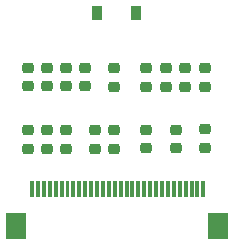
<source format=gbr>
%TF.GenerationSoftware,KiCad,Pcbnew,(6.0.6)*%
%TF.CreationDate,2022-07-16T21:02:27+02:00*%
%TF.ProjectId,epd,6570642e-6b69-4636-9164-5f7063625858,rev?*%
%TF.SameCoordinates,Original*%
%TF.FileFunction,Paste,Bot*%
%TF.FilePolarity,Positive*%
%FSLAX46Y46*%
G04 Gerber Fmt 4.6, Leading zero omitted, Abs format (unit mm)*
G04 Created by KiCad (PCBNEW (6.0.6)) date 2022-07-16 21:02:27*
%MOMM*%
%LPD*%
G01*
G04 APERTURE LIST*
G04 Aperture macros list*
%AMRoundRect*
0 Rectangle with rounded corners*
0 $1 Rounding radius*
0 $2 $3 $4 $5 $6 $7 $8 $9 X,Y pos of 4 corners*
0 Add a 4 corners polygon primitive as box body*
4,1,4,$2,$3,$4,$5,$6,$7,$8,$9,$2,$3,0*
0 Add four circle primitives for the rounded corners*
1,1,$1+$1,$2,$3*
1,1,$1+$1,$4,$5*
1,1,$1+$1,$6,$7*
1,1,$1+$1,$8,$9*
0 Add four rect primitives between the rounded corners*
20,1,$1+$1,$2,$3,$4,$5,0*
20,1,$1+$1,$4,$5,$6,$7,0*
20,1,$1+$1,$6,$7,$8,$9,0*
20,1,$1+$1,$8,$9,$2,$3,0*%
G04 Aperture macros list end*
%ADD10C,0.010000*%
%ADD11RoundRect,0.225000X-0.250000X0.225000X-0.250000X-0.225000X0.250000X-0.225000X0.250000X0.225000X0*%
%ADD12R,0.900000X1.200000*%
%ADD13RoundRect,0.225000X0.250000X-0.225000X0.250000X0.225000X-0.250000X0.225000X-0.250000X-0.225000X0*%
%ADD14R,1.800000X2.200000*%
G04 APERTURE END LIST*
%TO.C,J1*%
G36*
X155123620Y-95850341D02*
G01*
X154875000Y-95850341D01*
X154875000Y-94550000D01*
X155123620Y-94550000D01*
X155123620Y-95850341D01*
G37*
D10*
X155123620Y-95850341D02*
X154875000Y-95850341D01*
X154875000Y-94550000D01*
X155123620Y-94550000D01*
X155123620Y-95850341D01*
G36*
X150620420Y-95850418D02*
G01*
X150375000Y-95850418D01*
X150375000Y-94550000D01*
X150620420Y-94550000D01*
X150620420Y-95850418D01*
G37*
X150620420Y-95850418D02*
X150375000Y-95850418D01*
X150375000Y-94550000D01*
X150620420Y-94550000D01*
X150620420Y-95850418D01*
G36*
X154619070Y-95851233D02*
G01*
X154375000Y-95851233D01*
X154375000Y-94550000D01*
X154619070Y-94550000D01*
X154619070Y-95851233D01*
G37*
X154619070Y-95851233D02*
X154375000Y-95851233D01*
X154375000Y-94550000D01*
X154619070Y-94550000D01*
X154619070Y-95851233D01*
G36*
X155624310Y-95850212D02*
G01*
X155375000Y-95850212D01*
X155375000Y-94550000D01*
X155624310Y-94550000D01*
X155624310Y-95850212D01*
G37*
X155624310Y-95850212D02*
X155375000Y-95850212D01*
X155375000Y-94550000D01*
X155624310Y-94550000D01*
X155624310Y-95850212D01*
G36*
X162131210Y-95850923D02*
G01*
X161875000Y-95850923D01*
X161875000Y-94550000D01*
X162131210Y-94550000D01*
X162131210Y-95850923D01*
G37*
X162131210Y-95850923D02*
X161875000Y-95850923D01*
X161875000Y-94550000D01*
X162131210Y-94550000D01*
X162131210Y-95850923D01*
G36*
X161131700Y-95851290D02*
G01*
X160875000Y-95851290D01*
X160875000Y-94550000D01*
X161131700Y-94550000D01*
X161131700Y-95851290D01*
G37*
X161131700Y-95851290D02*
X160875000Y-95851290D01*
X160875000Y-94550000D01*
X161131700Y-94550000D01*
X161131700Y-95851290D01*
G36*
X160627520Y-95850571D02*
G01*
X160375000Y-95850571D01*
X160375000Y-94550000D01*
X160627520Y-94550000D01*
X160627520Y-95850571D01*
G37*
X160627520Y-95850571D02*
X160375000Y-95850571D01*
X160375000Y-94550000D01*
X160627520Y-94550000D01*
X160627520Y-95850571D01*
G36*
X164136870Y-95851210D02*
G01*
X163875000Y-95851210D01*
X163875000Y-94550000D01*
X164136870Y-94550000D01*
X164136870Y-95851210D01*
G37*
X164136870Y-95851210D02*
X163875000Y-95851210D01*
X163875000Y-94550000D01*
X164136870Y-94550000D01*
X164136870Y-95851210D01*
G36*
X158626653Y-95851228D02*
G01*
X158375000Y-95851228D01*
X158375000Y-94550000D01*
X158626653Y-94550000D01*
X158626653Y-95851228D01*
G37*
X158626653Y-95851228D02*
X158375000Y-95851228D01*
X158375000Y-94550000D01*
X158626653Y-94550000D01*
X158626653Y-95851228D01*
G36*
X153624690Y-95850049D02*
G01*
X153375000Y-95850049D01*
X153375000Y-94550000D01*
X153624690Y-94550000D01*
X153624690Y-95850049D01*
G37*
X153624690Y-95850049D02*
X153375000Y-95850049D01*
X153375000Y-94550000D01*
X153624690Y-94550000D01*
X153624690Y-95850049D01*
G36*
X156124160Y-95850337D02*
G01*
X155875000Y-95850337D01*
X155875000Y-94550000D01*
X156124160Y-94550000D01*
X156124160Y-95850337D01*
G37*
X156124160Y-95850337D02*
X155875000Y-95850337D01*
X155875000Y-94550000D01*
X156124160Y-94550000D01*
X156124160Y-95850337D01*
G36*
X151624300Y-95850074D02*
G01*
X151375000Y-95850074D01*
X151375000Y-94550000D01*
X151624300Y-94550000D01*
X151624300Y-95850074D01*
G37*
X151624300Y-95850074D02*
X151375000Y-95850074D01*
X151375000Y-94550000D01*
X151624300Y-94550000D01*
X151624300Y-95850074D01*
G36*
X159125160Y-95850074D02*
G01*
X158875000Y-95850074D01*
X158875000Y-94550000D01*
X159125160Y-94550000D01*
X159125160Y-95850074D01*
G37*
X159125160Y-95850074D02*
X158875000Y-95850074D01*
X158875000Y-94550000D01*
X159125160Y-94550000D01*
X159125160Y-95850074D01*
G36*
X152617100Y-95851002D02*
G01*
X152375000Y-95851002D01*
X152375000Y-94550000D01*
X152617100Y-94550000D01*
X152617100Y-95851002D01*
G37*
X152617100Y-95851002D02*
X152375000Y-95851002D01*
X152375000Y-94550000D01*
X152617100Y-94550000D01*
X152617100Y-95851002D01*
G36*
X163127130Y-95850258D02*
G01*
X162875000Y-95850258D01*
X162875000Y-94550000D01*
X163127130Y-94550000D01*
X163127130Y-95850258D01*
G37*
X163127130Y-95850258D02*
X162875000Y-95850258D01*
X162875000Y-94550000D01*
X163127130Y-94550000D01*
X163127130Y-95850258D01*
G36*
X152114110Y-95851259D02*
G01*
X151875000Y-95851259D01*
X151875000Y-94550000D01*
X152114110Y-94550000D01*
X152114110Y-95851259D01*
G37*
X152114110Y-95851259D02*
X151875000Y-95851259D01*
X151875000Y-94550000D01*
X152114110Y-94550000D01*
X152114110Y-95851259D01*
G36*
X159625170Y-95850058D02*
G01*
X159375000Y-95850058D01*
X159375000Y-94550000D01*
X159625170Y-94550000D01*
X159625170Y-95850058D01*
G37*
X159625170Y-95850058D02*
X159375000Y-95850058D01*
X159375000Y-94550000D01*
X159625170Y-94550000D01*
X159625170Y-95850058D01*
G36*
X165139160Y-95851248D02*
G01*
X164875000Y-95851248D01*
X164875000Y-94550000D01*
X165139160Y-94550000D01*
X165139160Y-95851248D01*
G37*
X165139160Y-95851248D02*
X164875000Y-95851248D01*
X164875000Y-94550000D01*
X165139160Y-94550000D01*
X165139160Y-95851248D01*
G36*
X161630360Y-95850898D02*
G01*
X161375000Y-95850898D01*
X161375000Y-94550000D01*
X161630360Y-94550000D01*
X161630360Y-95850898D01*
G37*
X161630360Y-95850898D02*
X161375000Y-95850898D01*
X161375000Y-94550000D01*
X161630360Y-94550000D01*
X161630360Y-95850898D01*
G36*
X158125319Y-95850552D02*
G01*
X157875000Y-95850552D01*
X157875000Y-94550000D01*
X158125319Y-94550000D01*
X158125319Y-95850552D01*
G37*
X158125319Y-95850552D02*
X157875000Y-95850552D01*
X157875000Y-94550000D01*
X158125319Y-94550000D01*
X158125319Y-95850552D01*
G36*
X160127580Y-95850707D02*
G01*
X159875000Y-95850707D01*
X159875000Y-94550000D01*
X160127580Y-94550000D01*
X160127580Y-95850707D01*
G37*
X160127580Y-95850707D02*
X159875000Y-95850707D01*
X159875000Y-94550000D01*
X160127580Y-94550000D01*
X160127580Y-95850707D01*
G36*
X156624560Y-95850257D02*
G01*
X156375000Y-95850257D01*
X156375000Y-94550000D01*
X156624560Y-94550000D01*
X156624560Y-95850257D01*
G37*
X156624560Y-95850257D02*
X156375000Y-95850257D01*
X156375000Y-94550000D01*
X156624560Y-94550000D01*
X156624560Y-95850257D01*
G36*
X157123778Y-95851271D02*
G01*
X156875000Y-95851271D01*
X156875000Y-94550000D01*
X157123778Y-94550000D01*
X157123778Y-95851271D01*
G37*
X157123778Y-95851271D02*
X156875000Y-95851271D01*
X156875000Y-94550000D01*
X157123778Y-94550000D01*
X157123778Y-95851271D01*
G36*
X157624910Y-95850469D02*
G01*
X157375000Y-95850469D01*
X157375000Y-94550000D01*
X157624910Y-94550000D01*
X157624910Y-95850469D01*
G37*
X157624910Y-95850469D02*
X157375000Y-95850469D01*
X157375000Y-94550000D01*
X157624910Y-94550000D01*
X157624910Y-95850469D01*
G36*
X163632220Y-95850799D02*
G01*
X163375000Y-95850799D01*
X163375000Y-94550000D01*
X163632220Y-94550000D01*
X163632220Y-95850799D01*
G37*
X163632220Y-95850799D02*
X163375000Y-95850799D01*
X163375000Y-94550000D01*
X163632220Y-94550000D01*
X163632220Y-95850799D01*
G36*
X154118770Y-95851117D02*
G01*
X153875000Y-95851117D01*
X153875000Y-94550000D01*
X154118770Y-94550000D01*
X154118770Y-95851117D01*
G37*
X154118770Y-95851117D02*
X153875000Y-95851117D01*
X153875000Y-94550000D01*
X154118770Y-94550000D01*
X154118770Y-95851117D01*
G36*
X151120960Y-95850397D02*
G01*
X150875000Y-95850397D01*
X150875000Y-94550000D01*
X151120960Y-94550000D01*
X151120960Y-95850397D01*
G37*
X151120960Y-95850397D02*
X150875000Y-95850397D01*
X150875000Y-94550000D01*
X151120960Y-94550000D01*
X151120960Y-95850397D01*
G36*
X164629980Y-95850471D02*
G01*
X164375000Y-95850471D01*
X164375000Y-94550000D01*
X164629980Y-94550000D01*
X164629980Y-95850471D01*
G37*
X164629980Y-95850471D02*
X164375000Y-95850471D01*
X164375000Y-94550000D01*
X164629980Y-94550000D01*
X164629980Y-95850471D01*
G36*
X162629410Y-95850588D02*
G01*
X162375000Y-95850588D01*
X162375000Y-94550000D01*
X162629410Y-94550000D01*
X162629410Y-95850588D01*
G37*
X162629410Y-95850588D02*
X162375000Y-95850588D01*
X162375000Y-94550000D01*
X162629410Y-94550000D01*
X162629410Y-95850588D01*
G36*
X153123870Y-95850159D02*
G01*
X152875000Y-95850159D01*
X152875000Y-94550000D01*
X153123870Y-94550000D01*
X153123870Y-95850159D01*
G37*
X153123870Y-95850159D02*
X152875000Y-95850159D01*
X152875000Y-94550000D01*
X153123870Y-94550000D01*
X153123870Y-95850159D01*
%TD*%
D11*
%TO.C,C14*%
X162712320Y-90224772D03*
X162712320Y-91774772D03*
%TD*%
%TO.C,C10*%
X157492320Y-85049772D03*
X157492320Y-86599772D03*
%TD*%
D12*
%TO.C,D1*%
X159334200Y-80340200D03*
X156034200Y-80340200D03*
%TD*%
D11*
%TO.C,C8*%
X154992320Y-84999772D03*
X154992320Y-86549772D03*
%TD*%
D13*
%TO.C,C13*%
X161862320Y-86599772D03*
X161862320Y-85049772D03*
%TD*%
%TO.C,C1*%
X151792320Y-91849772D03*
X151792320Y-90299772D03*
%TD*%
D11*
%TO.C,C9*%
X155892320Y-90299772D03*
X155892320Y-91849772D03*
%TD*%
D13*
%TO.C,C5*%
X150192320Y-91849772D03*
X150192320Y-90299772D03*
%TD*%
D11*
%TO.C,C12*%
X160212320Y-90249772D03*
X160212320Y-91799772D03*
%TD*%
%TO.C,C7*%
X153392320Y-84999772D03*
X153392320Y-86549772D03*
%TD*%
D13*
%TO.C,C11*%
X160212320Y-86599772D03*
X160212320Y-85049772D03*
%TD*%
D11*
%TO.C,C2*%
X150192320Y-85000088D03*
X150192320Y-86550088D03*
%TD*%
%TO.C,C3*%
X151792320Y-85000088D03*
X151792320Y-86550088D03*
%TD*%
%TO.C,C6*%
X153392320Y-90299772D03*
X153392320Y-91849772D03*
%TD*%
%TO.C,C4*%
X157492320Y-90299772D03*
X157492320Y-91849772D03*
%TD*%
D14*
%TO.C,J1*%
X149200000Y-98400000D03*
X166300000Y-98400000D03*
%TD*%
D11*
%TO.C,C16*%
X165212320Y-85049772D03*
X165212320Y-86599772D03*
%TD*%
%TO.C,C17*%
X165212320Y-90199772D03*
X165212320Y-91749772D03*
%TD*%
%TO.C,C15*%
X163512320Y-85049772D03*
X163512320Y-86599772D03*
%TD*%
M02*

</source>
